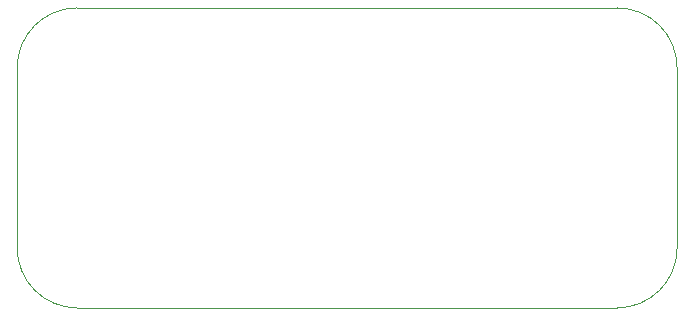
<source format=gbr>
%TF.GenerationSoftware,KiCad,Pcbnew,7.0.7*%
%TF.CreationDate,2024-08-27T12:46:14+05:30*%
%TF.ProjectId,Power supply module,506f7765-7220-4737-9570-706c79206d6f,rev?*%
%TF.SameCoordinates,Original*%
%TF.FileFunction,Profile,NP*%
%FSLAX46Y46*%
G04 Gerber Fmt 4.6, Leading zero omitted, Abs format (unit mm)*
G04 Created by KiCad (PCBNEW 7.0.7) date 2024-08-27 12:46:14*
%MOMM*%
%LPD*%
G01*
G04 APERTURE LIST*
%TA.AperFunction,Profile*%
%ADD10C,0.100000*%
%TD*%
G04 APERTURE END LIST*
D10*
X111760000Y-104140000D02*
X157480000Y-104140000D01*
X106680000Y-83820000D02*
X106680000Y-99060000D01*
X157480000Y-78740000D02*
X111760000Y-78740000D01*
X162560000Y-83820000D02*
X162560000Y-99060000D01*
X106680000Y-99060000D02*
G75*
G03*
X111760000Y-104140000I5080000J0D01*
G01*
X111760000Y-78740000D02*
G75*
G03*
X106680000Y-83820000I0J-5080000D01*
G01*
X157480000Y-104140000D02*
G75*
G03*
X162560000Y-99060000I0J5080000D01*
G01*
X162560000Y-83820000D02*
G75*
G03*
X157480000Y-78740000I-5080000J0D01*
G01*
M02*

</source>
